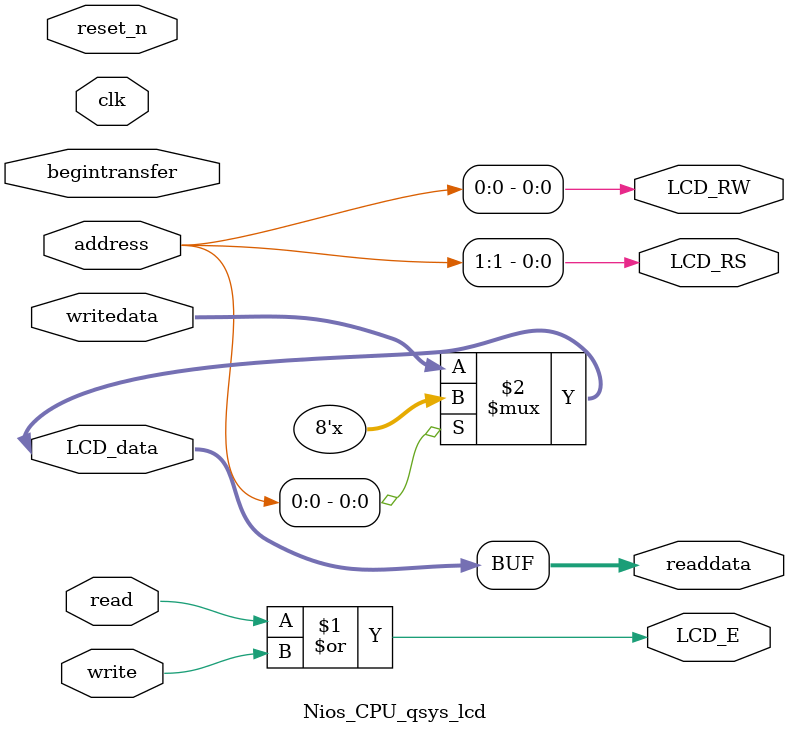
<source format=v>

`timescale 1ns / 1ps
// synthesis translate_on

// turn off superfluous verilog processor warnings 
// altera message_level Level1 
// altera message_off 10034 10035 10036 10037 10230 10240 10030 

module Nios_CPU_qsys_lcd (
                           // inputs:
                            address,
                            begintransfer,
                            clk,
                            read,
                            reset_n,
                            write,
                            writedata,

                           // outputs:
                            LCD_E,
                            LCD_RS,
                            LCD_RW,
                            LCD_data,
                            readdata
                         )
;

  output           LCD_E;
  output           LCD_RS;
  output           LCD_RW;
  inout   [  7: 0] LCD_data;
  output  [  7: 0] readdata;
  input   [  1: 0] address;
  input            begintransfer;
  input            clk;
  input            read;
  input            reset_n;
  input            write;
  input   [  7: 0] writedata;


wire             LCD_E;
wire             LCD_RS;
wire             LCD_RW;
wire    [  7: 0] LCD_data;
wire    [  7: 0] readdata;
  assign LCD_RW = address[0];
  assign LCD_RS = address[1];
  assign LCD_E = read | write;
  assign LCD_data = (address[0]) ? {8{1'bz}} : writedata;
  assign readdata = LCD_data;
  //control_slave, which is an e_avalon_slave

endmodule


</source>
